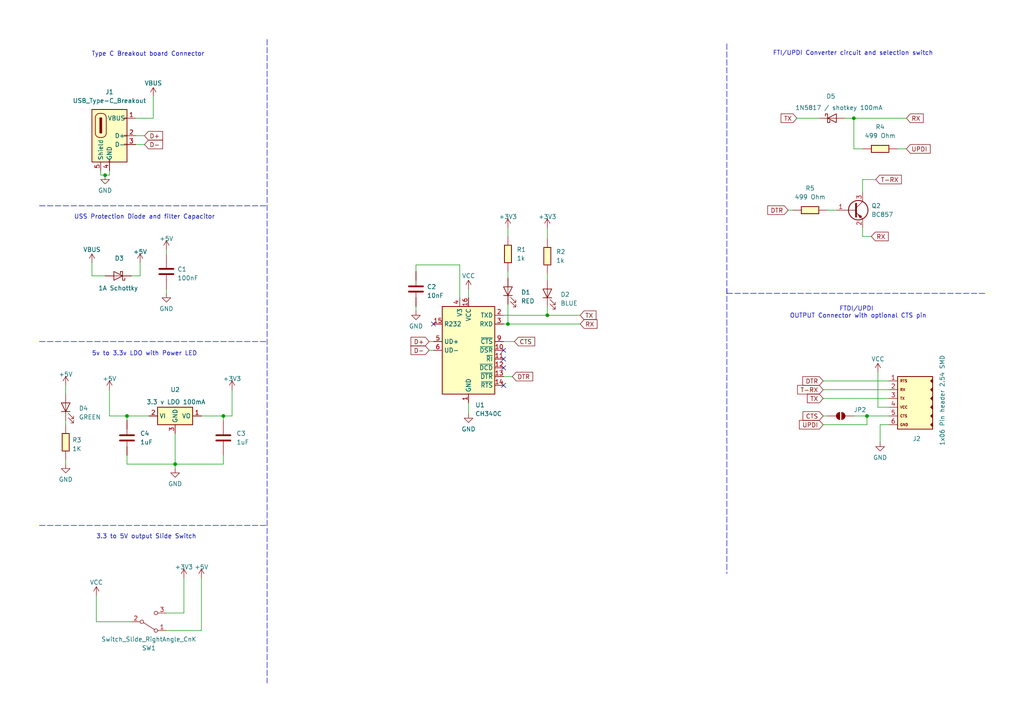
<source format=kicad_sch>
(kicad_sch (version 20250114) (generator "eeschema") (generator_version "9.0")
  (paper "A4")
  (title_block (title "CH340C-Type C USb to FTDI and UPDI Converter") (date "2025-04-05") (rev "v1.0") (company "ProshPlay | Super Fablab Kerala"))
  (lib_symbols
    (symbol "Interface_USB:CH340C"
      (property "Reference" "U" (at -5.08 13.97 0))
      (property "Value" "CH340C" (at 1.27 13.97 0))
      (symbol "CH340C_0_1"
        (rectangle (start -7.62 12.7) (end 7.62 -12.7) (stroke (width 0.254)) (fill (type background)))
      )
      (symbol "CH340C_1_1"
        (pin input line (at -10.16 7.62 0) (length 2.54) (name "R232") (number "15"))
        (pin bidirectional line (at -10.16 2.54 0) (length 2.54) (name "UD+") (number "5"))
        (pin bidirectional line (at -10.16 0 0) (length 2.54) (name "UD-") (number "6"))
        (pin no_connect line (at -7.62 -7.62 0) (length 2.54) (hide yes) (name "NC") (number "7"))
        (pin no_connect line (at -7.62 -10.16 0) (length 2.54) (hide yes) (name "NC") (number "8"))
        (pin passive line (at -2.54 15.24 270) (length 2.54) (name "V3") (number "4"))
        (pin power_in line (at 0 15.24 270) (length 2.54) (name "VCC") (number "16"))
        (pin power_in line (at 0 -15.24 90) (length 2.54) (name "GND") (number "1"))
        (pin output line (at 10.16 10.16 180) (length 2.54) (name "TXD") (number "2"))
        (pin input line (at 10.16 7.62 180) (length 2.54) (name "RXD") (number "3"))
        (pin input line (at 10.16 2.54 180) (length 2.54) (name "~{CTS}") (number "9"))
        (pin input line (at 10.16 0 180) (length 2.54) (name "~{DSR}") (number "10"))
        (pin input line (at 10.16 -2.54 180) (length 2.54) (name "~{RI}") (number "11"))
        (pin input line (at 10.16 -5.08 180) (length 2.54) (name "~{DCD}") (number "12"))
        (pin output line (at 10.16 -7.62 180) (length 2.54) (name "~{DTR}") (number "13"))
        (pin output line (at 10.16 -10.16 180) (length 2.54) (name "~{RTS}") (number "14"))
      )
    )
    (symbol "Jumper:SolderJumper_2_Open" (pin_numbers (hide yes)) (pin_names (offset 0) (hide yes)) (exclude_from_sim yes) (in_bom no)
      (property "Reference" "JP" (at 0 2.032 0))
      (property "Value" "SolderJumper_2_Open" (at 0 -2.54 0))
      (symbol "SolderJumper_2_Open_0_1"
        (polyline (pts (xy -0.254 1.016) (xy -0.254 -1.016)))
        (arc (start -0.254 -1.016) (mid -1.2656 0) (end -0.254 1.016))
        (arc (start -0.254 -1.016) (mid -1.2656 0) (end -0.254 1.016) (fill (type outline)))
        (arc (start 0.254 1.016) (mid 1.2656 0) (end 0.254 -1.016))
        (arc (start 0.254 1.016) (mid 1.2656 0) (end 0.254 -1.016) (fill (type outline)))
        (polyline (pts (xy 0.254 1.016) (xy 0.254 -1.016)))
      )
      (symbol "SolderJumper_2_Open_1_1"
        (pin passive line (at -3.81 0 0) (length 2.54) (name "A") (number "1"))
        (pin passive line (at 3.81 0 180) (length 2.54) (name "B") (number "2"))
      )
    )
    (symbol "ProshPlay:ProshPlay-Type-C-breakout-board"
      (property "Reference" "J" (at -3.175 10.795 0))
      (property "Value" "USB_Type-C_Breakout" (at 0 8.255 0))
      (symbol "ProshPlay-Type-C-breakout-board_0_1"
        (rectangle (start -5.08 6.35) (end 5.08 -8.89) (stroke (width 0.254)) (fill (type background)))
        (polyline (pts (xy -4.1059 3.9504) (xy -4.1059 -0.4946)) (stroke (width 0.2)))
        (polyline (pts (xy -2.8359 5.2204) (xy -2.2009 5.2204)) (stroke (width 0.2)))
        (arc (start -4.106 3.9505) (mid -3.734 4.8485) (end -2.836 5.2205) (stroke (width 0.2)))
        (rectangle (start -2.8359 3.9504) (end -2.2009 -0.4946) (fill (type outline)))
        (polyline (pts (xy -2.8359 -1.7646) (xy -2.2009 -1.7646)) (stroke (width 0.2)))
        (arc (start -2.8359 -1.7646) (mid -3.7339 -1.3926) (end -4.1059 -0.4946) (stroke (width 0.2)))
        (arc (start -0.9308 -0.4947) (mid -1.3043 -1.3913) (end -2.2009 -1.7646) (stroke (width 0.2)))
        (arc (start -2.2008 5.2205) (mid -1.3028 4.8485) (end -0.9308 3.9505) (stroke (width 0.2)))
        (polyline (pts (xy -0.9309 -0.4946) (xy -0.9309 3.9504)) (stroke (width 0.2)))
        (rectangle (start -0.127 -8.89) (end 0.127 -8.128))
        (rectangle (start 5.08 3.683) (end 4.318 3.937))
        (rectangle (start 5.08 -1.397) (end 4.318 -1.143))
        (rectangle (start 5.08 -3.937) (end 4.318 -3.683))
      )
      (symbol "ProshPlay-Type-C-breakout-board_1_1"
        (pin passive line (at -2.54 -11.43 90) (length 2.54) (name "Shield") (number "5"))
        (pin power_in line (at 0 -11.43 90) (length 2.54) (name "GND") (number "4"))
        (pin power_in line (at 7.62 3.81 180) (length 2.54) (name "VBUS") (number "1"))
        (pin bidirectional line (at 7.62 -1.27 180) (length 2.54) (name "D+") (number "2"))
        (pin bidirectional line (at 7.62 -3.81 180) (length 2.54) (name "D-") (number "3"))
      )
    )
    (symbol "Transistor_BJT:BC857" (pin_names (offset 0) (hide yes))
      (property "Reference" "Q" (at 5.08 1.905 0))
      (property "Value" "BC857" (at 5.08 0 0))
      (symbol "BC857_0_1"
        (polyline (pts (xy -2.54 0) (xy 0.635 0)))
        (polyline (pts (xy 0.635 1.905) (xy 0.635 -1.905)) (stroke (width 0.508)))
        (polyline (pts (xy 0.635 0.635) (xy 2.54 2.54)))
        (polyline (pts (xy 0.635 -0.635) (xy 2.54 -2.54)))
        (circle (center 1.27 0) (radius 2.8194) (stroke (width 0.254)))
        (polyline (pts (xy 2.286 -1.778) (xy 1.778 -2.286) (xy 1.27 -1.27) (xy 2.286 -1.778)) (fill (type outline)))
      )
      (symbol "BC857_1_1"
        (pin input line (at -5.08 0 0) (length 2.54) (name "B") (number "1"))
        (pin passive line (at 2.54 5.08 270) (length 2.54) (name "C") (number "3"))
        (pin passive line (at 2.54 -5.08 90) (length 2.54) (name "E") (number "2"))
      )
    )
    (symbol "fab:Diode_Schottky_MiniSMA" (pin_numbers (hide yes)) (pin_names (offset 1.016) (hide yes))
      (property "Reference" "D" (at 0 2.54 0))
      (property "Value" "Diode_Schottky_MiniSMA" (at 0 -2.54 0))
      (symbol "Diode_Schottky_MiniSMA_0_1"
        (polyline (pts (xy -1.905 0.635) (xy -1.905 1.27) (xy -1.27 1.27) (xy -1.27 -1.27) (xy -0.635 -1.27) (xy -0.635 -0.635)) (stroke (width 0.2032)))
        (polyline (pts (xy 1.27 1.27) (xy 1.27 -1.27) (xy -1.27 0) (xy 1.27 1.27)) (stroke (width 0.2032)))
        (polyline (pts (xy 1.27 0) (xy -1.27 0)))
      )
      (symbol "Diode_Schottky_MiniSMA_1_1"
        (pin passive line (at -3.81 0 0) (length 2.54) (name "K") (number "1"))
        (pin passive line (at 3.81 0 180) (length 2.54) (name "A") (number "2"))
      )
    )
    (symbol "fab:R_1206" (pin_numbers (hide yes)) (pin_names (offset 0))
      (property "Reference" "R" (at 2.54 0 90))
      (property "Value" "R_1206" (at -2.54 0 90))
      (symbol "R_1206_0_1"
        (rectangle (start -1.016 -2.54) (end 1.016 2.54) (stroke (width 0.254)) (fill (type background)))
      )
      (symbol "R_1206_1_1"
        (pin passive line (at 0 5.08 270) (length 2.54) (name "~") (number "1"))
        (pin passive line (at 0 -5.08 90) (length 2.54) (name "~") (number "2"))
      )
    )
    (symbol "fab:Regulator_Linear_3.3V_100mA_TexasInstruments"
      (property "Reference" "U" (at -5.08 6.35 0))
      (property "Value" "Regulator_Linear_3.3V_100mA_TexasInstruments" (at -5.08 3.81 0))
      (symbol "Regulator_Linear_3.3V_100mA_TexasInstruments_0_1"
        (rectangle (start -5.08 2.54) (end 5.08 -2.54) (stroke (width 0.254)) (fill (type background)))
      )
      (symbol "Regulator_Linear_3.3V_100mA_TexasInstruments_1_1"
        (pin power_in line (at -7.62 0 0) (length 2.54) (name "VI") (number "2"))
        (pin power_in line (at 0 -5.08 90) (length 2.54) (name "GND") (number "3"))
        (pin power_out line (at 7.62 0 180) (length 2.54) (name "VO") (number "1"))
      )
    )
    (symbol "fab:Switch_Slide_RightAngle_CnK" (pin_names (offset 0) (hide yes))
      (property "Reference" "SW" (at 0 4.318 0))
      (property "Value" "Switch_Slide_RightAngle_CnK" (at 0 -5.08 0))
      (symbol "Switch_Slide_RightAngle_CnK_0_0"
        (circle (center -2.032 0) (radius 0.508))
        (circle (center 2.032 -2.54) (radius 0.508))
      )
      (symbol "Switch_Slide_RightAngle_CnK_0_1"
        (polyline (pts (xy -1.524 0.254) (xy 1.651 2.286)))
        (circle (center 2.032 2.54) (radius 0.508))
      )
      (symbol "Switch_Slide_RightAngle_CnK_1_1"
        (pin passive line (at -5.08 0 0) (length 2.54) (name "B") (number "2"))
        (pin passive line (at 5.08 2.54 180) (length 2.54) (name "A") (number "1"))
        (pin passive line (at 5.08 -2.54 180) (length 2.54) (name "C") (number "3"))
      )
    )
    (symbol "fabold:C_1206" (pin_numbers (hide yes))
      (property "Reference" "C" (at 0.635 2.54 0))
      (property "Value" "C_1206" (at 0.635 -2.54 0))
      (symbol "C_1206_0_1"
        (polyline (pts (xy -2.032 0.762) (xy 2.032 0.762)) (stroke (width 0.508)))
        (polyline (pts (xy -2.032 -0.762) (xy 2.032 -0.762)) (stroke (width 0.508)))
        (polyline (pts (xy 0 0.635) (xy 0 2.54)))
        (polyline (pts (xy 0 -0.635) (xy 0 -2.54)))
      )
      (symbol "C_1206_1_1"
        (pin passive line (at 0 5.08 270) (length 2.54) (name "~") (number "1"))
        (pin passive line (at 0 -5.08 90) (length 2.54) (name "~") (number "2"))
      )
    )
    (symbol "fabold:Conn_PinSocket_FTDI_1x06_P2.54mm_Horizontal_SMD"
      (property "Reference" "J" (at 0 7.62 0))
      (property "Value" "Conn_PinSocket_FTDI_1x06_P2.54mm_Horizontal_SMD" (at 0 -10.16 0))
      (symbol "Conn_PinSocket_FTDI_1x06_P2.54mm_Horizontal_SMD_0_0"
        (polyline (pts (xy -2.286 -7.366) (xy -2.286 -7.366)))
        (polyline (pts (xy 5.08 5.715) (xy 4.445 5.08) (xy 5.08 4.445) (xy 5.08 5.715)) (fill (type outline)))
        (polyline (pts (xy 5.08 3.175) (xy 4.445 2.54) (xy 5.08 1.905) (xy 5.08 3.175)) (fill (type outline)))
        (polyline (pts (xy 5.08 0.635) (xy 4.445 0) (xy 5.08 -0.635) (xy 5.08 0.635)) (fill (type outline)))
        (polyline (pts (xy 5.08 -1.905) (xy 4.445 -2.54) (xy 5.08 -3.175) (xy 5.08 -1.905)) (fill (type outline)))
        (polyline (pts (xy 5.08 -4.445) (xy 4.445 -5.08) (xy 5.08 -5.715) (xy 5.08 -4.445)) (fill (type outline)))
        (polyline (pts (xy 5.08 -6.985) (xy 4.445 -7.62) (xy 5.08 -8.255) (xy 5.08 -6.985)) (fill (type outline)))
        (text "RTS" (at -4.445 5.08 0) (effects (font (size 0.75 0.75)) (justify left)))
        (text "RX" (at -4.445 2.54 0) (effects (font (size 0.75 0.75)) (justify left)))
        (text "TX" (at -4.445 0 0) (effects (font (size 0.75 0.75)) (justify left)))
        (text "VCC" (at -4.445 -2.54 0) (effects (font (size 0.75 0.75)) (justify left)))
        (text "CTS" (at -4.445 -5.08 0) (effects (font (size 0.75 0.75)) (justify left)))
        (text "GND" (at -4.445 -7.62 0) (effects (font (size 0.75 0.75)) (justify left)))
      )
      (symbol "Conn_PinSocket_FTDI_1x06_P2.54mm_Horizontal_SMD_0_1"
        (rectangle (start -5.08 6.35) (end 5.08 -8.89) (stroke (width 0.254)) (fill (type background)))
      )
      (symbol "Conn_PinSocket_FTDI_1x06_P2.54mm_Horizontal_SMD_1_1"
        (pin passive line (at -7.62 5.08 0) (length 2.54) (name "") (number "1"))
        (pin passive line (at -7.62 2.54 0) (length 2.54) (name "") (number "2"))
        (pin passive line (at -7.62 0 0) (length 2.54) (name "") (number "3"))
        (pin passive line (at -7.62 -2.54 0) (length 2.54) (name "") (number "4"))
        (pin passive line (at -7.62 -5.08 0) (length 2.54) (name "") (number "5"))
        (pin passive line (at -7.62 -7.62 0) (length 2.54) (name "") (number "6"))
      )
    )
    (symbol "fabold:Diode_Schottky_MiniSMA" (pin_numbers (hide yes)) (pin_names (offset 1.016) (hide yes))
      (property "Reference" "D" (at 0 2.54 0))
      (property "Value" "Diode_Schottky_MiniSMA" (at 0 -2.54 0))
      (symbol "Diode_Schottky_MiniSMA_0_1"
        (polyline (pts (xy -1.905 0.635) (xy -1.905 1.27) (xy -1.27 1.27) (xy -1.27 -1.27) (xy -0.635 -1.27) (xy -0.635 -0.635)) (stroke (width 0.2032)))
        (polyline (pts (xy 1.27 1.27) (xy 1.27 -1.27) (xy -1.27 0) (xy 1.27 1.27)) (stroke (width 0.2032)))
        (polyline (pts (xy 1.27 0) (xy -1.27 0)))
      )
      (symbol "Diode_Schottky_MiniSMA_1_1"
        (pin passive line (at -3.81 0 0) (length 2.54) (name "K") (number "1"))
        (pin passive line (at 3.81 0 180) (length 2.54) (name "A") (number "2"))
      )
    )
    (symbol "fabold:LED_1206" (pin_numbers (hide yes)) (pin_names (offset 1.016) (hide yes))
      (property "Reference" "D" (at 0 2.54 0))
      (property "Value" "LED_1206" (at 0 -2.54 0))
      (symbol "LED_1206_0_1"
        (polyline (pts (xy -3.048 -0.762) (xy -4.572 -2.286) (xy -3.81 -2.286) (xy -4.572 -2.286) (xy -4.572 -1.524)))
        (polyline (pts (xy -1.778 -0.762) (xy -3.302 -2.286) (xy -2.54 -2.286) (xy -3.302 -2.286) (xy -3.302 -1.524)))
        (polyline (pts (xy -1.27 0) (xy 1.27 0)))
        (polyline (pts (xy -1.27 -1.27) (xy -1.27 1.27)) (stroke (width 0.2032)))
        (polyline (pts (xy 1.27 -1.27) (xy 1.27 1.27) (xy -1.27 0) (xy 1.27 -1.27)) (stroke (width 0.2032)))
      )
      (symbol "LED_1206_1_1"
        (pin passive line (at -3.81 0 0) (length 2.54) (name "K") (number "1"))
        (pin passive line (at 3.81 0 180) (length 2.54) (name "A") (number "2"))
      )
    )
    (symbol "fabold:R_1206" (pin_numbers (hide yes)) (pin_names (offset 0))
      (property "Reference" "R" (at 2.54 0 90))
      (property "Value" "R_1206" (at -2.54 0 90))
      (symbol "R_1206_0_1"
        (rectangle (start -1.016 -2.54) (end 1.016 2.54) (stroke (width 0.254)) (fill (type background)))
      )
      (symbol "R_1206_1_1"
        (pin passive line (at 0 5.08 270) (length 2.54) (name "~") (number "1"))
        (pin passive line (at 0 -5.08 90) (length 2.54) (name "~") (number "2"))
      )
    )
    (symbol "power:+3V3" (power) (pin_names (offset 0))
      (property "Value" "+3V3" (at 0 3.556 0))
      (symbol "+3V3_0_1"
        (polyline (pts (xy -0.762 1.27) (xy 0 2.54)))
        (polyline (pts (xy 0 2.54) (xy 0.762 1.27)))
        (polyline (pts (xy 0 0) (xy 0 2.54)))
      )
      (symbol "+3V3_1_1"
        (pin power_in line (at 0 0 90) (length 0) (hide yes) (name "+3V3") (number "1"))
      )
    )
    (symbol "power:+5V" (power) (pin_names (offset 0))
      (property "Value" "+5V" (at 0 3.556 0))
      (symbol "+5V_0_1"
        (polyline (pts (xy -0.762 1.27) (xy 0 2.54)))
        (polyline (pts (xy 0 2.54) (xy 0.762 1.27)))
        (polyline (pts (xy 0 0) (xy 0 2.54)))
      )
      (symbol "+5V_1_1"
        (pin power_in line (at 0 0 90) (length 0) (hide yes) (name "+5V") (number "1"))
      )
    )
    (symbol "power:GND" (power) (pin_names (offset 0))
      (property "Value" "GND" (at 0 -3.81 0))
      (symbol "GND_0_1"
        (polyline (pts (xy 0 0) (xy 0 -1.27) (xy 1.27 -1.27) (xy 0 -2.54) (xy -1.27 -1.27) (xy 0 -1.27)))
      )
      (symbol "GND_1_1"
        (pin power_in line (at 0 0 270) (length 0) (hide yes) (name "GND") (number "1"))
      )
    )
    (symbol "power:VBUS" (power) (pin_names (offset 0))
      (property "Value" "VBUS" (at 0 3.81 0))
      (symbol "VBUS_0_1"
        (polyline (pts (xy -0.762 1.27) (xy 0 2.54)))
        (polyline (pts (xy 0 2.54) (xy 0.762 1.27)))
        (polyline (pts (xy 0 0) (xy 0 2.54)))
      )
      (symbol "VBUS_1_1"
        (pin power_in line (at 0 0 90) (length 0) (hide yes) (name "VBUS") (number "1"))
      )
    )
    (symbol "power:VCC" (power) (pin_names (offset 0))
      (property "Value" "VCC" (at 0 3.81 0))
      (symbol "VCC_0_1"
        (polyline (pts (xy -0.762 1.27) (xy 0 2.54)))
        (polyline (pts (xy 0 2.54) (xy 0.762 1.27)))
        (polyline (pts (xy 0 0) (xy 0 2.54)))
      )
      (symbol "VCC_1_1"
        (pin power_in line (at 0 0 90) (length 0) (hide yes) (name "VCC") (number "1"))
      )
    )
  )
  (text "USS Protection Diode and filter Capacitor\n" (at 41.91 62.992 0) (effects (font (size 1.27 1.27))))
  (text "5v to 3.3v LDO with Power LED\n" (at 41.91 102.616 0) (effects (font (size 1.27 1.27))))
  (text "FTI/UPDI Converter circuit and selection switch\n" (at 247.396 15.494 0) (effects (font (size 1.27 1.27))))
  (text "FTDI/UPDI\n OUTPUT Connector with optional CTS pin" (at 248.412 90.678 0) (effects (font (size 1.27 1.27))))
  (text "Type C Breakout board Connector\n" (at 42.926 15.748 0) (effects (font (size 1.27 1.27))))
  (text "3.3 to 5V output Slide Switch\n" (at 42.418 155.702 0) (effects (font (size 1.27 1.27))))
  (junction (at 247.65 34.29))
  (junction (at 30.48 50.8))
  (junction (at 64.77 120.65))
  (junction (at 147.32 93.98))
  (junction (at 251.46 120.65))
  (junction (at 36.83 120.65))
  (junction (at 50.8 134.62))
  (junction (at 158.75 91.44))
  (no_connect (at 146.05 111.76))
  (no_connect (at 146.05 101.6))
  (no_connect (at 125.73 93.98))
  (no_connect (at 146.05 104.14))
  (no_connect (at 146.05 106.68))
  (wire (pts (xy 135.89 120.015) (xy 135.89 116.84)))
  (wire (pts (xy 41.91 39.37) (xy 39.37 39.37)))
  (wire (pts (xy 147.32 66.04) (xy 147.32 68.58)))
  (wire (pts (xy 250.19 68.58) (xy 250.19 66.04)))
  (wire (pts (xy 238.76 115.57) (xy 257.81 115.57)))
  (wire (pts (xy 250.19 52.07) (xy 250.19 55.88)))
  (wire (pts (xy 262.89 43.18) (xy 260.35 43.18)))
  (wire (pts (xy 133.35 76.835) (xy 120.65 76.835)))
  (wire (pts (xy 64.77 132.08) (xy 64.77 134.62)))
  (wire (pts (xy 238.76 110.49) (xy 257.81 110.49)))
  (wire (pts (xy 27.94 172.72) (xy 27.94 180.34)))
  (wire (pts (xy 148.59 109.22) (xy 146.05 109.22)))
  (wire (pts (xy 19.05 134.62) (xy 19.05 133.35)))
  (wire (pts (xy 238.76 123.19) (xy 251.46 123.19)))
  (wire (pts (xy 58.42 167.64) (xy 58.42 182.88)))
  (polyline (pts (xy 77.47 11.43) (xy 77.47 198.12)) (stroke (width 0) (type dash)))
  (wire (pts (xy 254.635 118.11) (xy 254.635 107.95)))
  (wire (pts (xy 158.75 91.44) (xy 168.275 91.44)))
  (wire (pts (xy 240.03 60.96) (xy 242.57 60.96)))
  (wire (pts (xy 257.81 118.11) (xy 254.635 118.11)))
  (wire (pts (xy 27.94 180.34) (xy 38.1 180.34)))
  (wire (pts (xy 245.11 34.29) (xy 247.65 34.29)))
  (wire (pts (xy 251.46 120.65) (xy 257.81 120.65)))
  (wire (pts (xy 146.05 93.98) (xy 147.32 93.98)))
  (wire (pts (xy 19.05 111.76) (xy 19.05 114.3)))
  (wire (pts (xy 149.225 99.06) (xy 146.05 99.06)))
  (wire (pts (xy 251.46 123.19) (xy 251.46 120.65)))
  (polyline (pts (xy 210.82 12.7) (xy 210.82 166.37)) (stroke (width 0) (type dash)))
  (wire (pts (xy 158.75 88.9) (xy 158.75 91.44)))
  (wire (pts (xy 64.77 120.65) (xy 64.77 121.92)))
  (wire (pts (xy 48.26 72.39) (xy 48.26 73.66)))
  (polyline (pts (xy 210.82 83.82) (xy 210.82 85.09)))
  (wire (pts (xy 238.76 120.65) (xy 240.03 120.65)))
  (wire (pts (xy 31.75 113.03) (xy 31.75 120.65)))
  (wire (pts (xy 146.05 91.44) (xy 158.75 91.44)))
  (wire (pts (xy 250.19 43.18) (xy 247.65 43.18)))
  (wire (pts (xy 247.65 34.29) (xy 247.65 43.18)))
  (wire (pts (xy 31.75 120.65) (xy 36.83 120.65)))
  (wire (pts (xy 124.46 101.6) (xy 125.73 101.6)))
  (wire (pts (xy 67.31 120.65) (xy 64.77 120.65)))
  (wire (pts (xy 29.21 49.53) (xy 29.21 50.8)))
  (wire (pts (xy 237.49 34.29) (xy 231.14 34.29)))
  (wire (pts (xy 44.45 27.94) (xy 44.45 34.29)))
  (wire (pts (xy 36.83 134.62) (xy 50.8 134.62)))
  (wire (pts (xy 29.21 50.8) (xy 30.48 50.8)))
  (wire (pts (xy 53.34 177.8) (xy 48.26 177.8)))
  (wire (pts (xy 50.8 134.62) (xy 50.8 135.89)))
  (wire (pts (xy 120.65 76.835) (xy 120.65 78.74)))
  (wire (pts (xy 44.45 34.29) (xy 39.37 34.29)))
  (polyline (pts (xy 11.43 59.69) (xy 77.47 59.69)) (stroke (width 0) (type dash)))
  (wire (pts (xy 247.65 34.29) (xy 262.89 34.29)))
  (wire (pts (xy 53.34 167.64) (xy 53.34 177.8)))
  (wire (pts (xy 58.42 182.88) (xy 48.26 182.88)))
  (wire (pts (xy 254 52.07) (xy 250.19 52.07)))
  (wire (pts (xy 58.42 120.65) (xy 64.77 120.65)))
  (wire (pts (xy 48.26 85.09) (xy 48.26 83.82)))
  (wire (pts (xy 158.75 79.375) (xy 158.75 81.28)))
  (wire (pts (xy 247.65 120.65) (xy 251.46 120.65)))
  (polyline (pts (xy 11.43 152.4) (xy 77.47 152.4)) (stroke (width 0) (type dash)))
  (wire (pts (xy 40.64 76.2) (xy 40.64 80.01)))
  (wire (pts (xy 43.18 120.65) (xy 36.83 120.65)))
  (polyline (pts (xy 11.43 99.06) (xy 77.47 99.06)) (stroke (width 0) (type dash)))
  (wire (pts (xy 228.6 60.96) (xy 229.87 60.96)))
  (wire (pts (xy 26.67 80.01) (xy 30.48 80.01)))
  (wire (pts (xy 257.81 123.19) (xy 255.27 123.19)))
  (wire (pts (xy 26.67 76.2) (xy 26.67 80.01)))
  (wire (pts (xy 255.27 123.19) (xy 255.27 128.27)))
  (wire (pts (xy 50.8 134.62) (xy 64.77 134.62)))
  (wire (pts (xy 31.75 50.8) (xy 30.48 50.8)))
  (wire (pts (xy 147.32 78.74) (xy 147.32 80.645)))
  (wire (pts (xy 135.89 83.82) (xy 135.89 86.36)))
  (wire (pts (xy 40.64 80.01) (xy 38.1 80.01)))
  (wire (pts (xy 36.83 132.08) (xy 36.83 134.62)))
  (wire (pts (xy 31.75 49.53) (xy 31.75 50.8)))
  (wire (pts (xy 124.46 99.06) (xy 125.73 99.06)))
  (wire (pts (xy 133.35 86.36) (xy 133.35 76.835)))
  (wire (pts (xy 41.91 41.91) (xy 39.37 41.91)))
  (wire (pts (xy 19.05 123.19) (xy 19.05 121.92)))
  (wire (pts (xy 238.76 113.03) (xy 257.81 113.03)))
  (polyline (pts (xy 210.82 85.09) (xy 285.75 85.09)) (stroke (width 0) (type dash)))
  (wire (pts (xy 147.32 93.98) (xy 168.275 93.98)))
  (wire (pts (xy 120.65 90.17) (xy 120.65 88.9)))
  (wire (pts (xy 50.8 125.73) (xy 50.8 134.62)))
  (wire (pts (xy 158.75 66.04) (xy 158.75 69.215)))
  (wire (pts (xy 67.31 113.03) (xy 67.31 120.65)))
  (wire (pts (xy 252.73 68.58) (xy 250.19 68.58)))
  (wire (pts (xy 36.83 120.65) (xy 36.83 121.92)))
  (wire (pts (xy 147.32 88.265) (xy 147.32 93.98)))
  (global_label "DTR" (shape input) (at 238.76 110.49 180) (property "Intersheetrefs" "${INTERSHEET_REFS}" (effects (hide yes))))
  (global_label "CTS" (shape input) (at 149.225 99.06 0) (property "Intersheetrefs" "${INTERSHEET_REFS}" (effects (hide yes))))
  (global_label "D-" (shape input) (at 41.91 41.91 0) (property "Intersheetrefs" "${INTERSHEET_REFS}" (effects (hide yes))))
  (global_label "CTS" (shape input) (at 238.76 120.65 180) (property "Intersheetrefs" "${INTERSHEET_REFS}" (effects (hide yes))))
  (global_label "TX" (shape input) (at 238.76 115.57 180) (property "Intersheetrefs" "${INTERSHEET_REFS}" (effects (hide yes))))
  (global_label "RX" (shape input) (at 262.89 34.29 0) (property "Intersheetrefs" "${INTERSHEET_REFS}" (effects (hide yes))))
  (global_label "D+" (shape input) (at 124.46 99.06 180) (property "Intersheetrefs" "${INTERSHEET_REFS}" (effects (hide yes))))
  (global_label "DTR" (shape input) (at 148.59 109.22 0) (property "Intersheetrefs" "${INTERSHEET_REFS}" (effects (hide yes))))
  (global_label "RX" (shape input) (at 168.275 93.98 0) (property "Intersheetrefs" "${INTERSHEET_REFS}" (effects (hide yes))))
  (global_label "T-RX" (shape input) (at 238.76 113.03 180) (property "Intersheetrefs" "${INTERSHEET_REFS}" (effects (hide yes))))
  (global_label "T-RX" (shape input) (at 254 52.07 0) (property "Intersheetrefs" "${INTERSHEET_REFS}" (effects (hide yes))))
  (global_label "TX" (shape input) (at 168.275 91.44 0) (property "Intersheetrefs" "${INTERSHEET_REFS}" (effects (hide yes))))
  (global_label "D-" (shape input) (at 124.46 101.6 180) (property "Intersheetrefs" "${INTERSHEET_REFS}" (effects (hide yes))))
  (global_label "UPDI" (shape input) (at 238.76 123.19 180) (property "Intersheetrefs" "${INTERSHEET_REFS}" (effects (hide yes))))
  (global_label "TX" (shape input) (at 231.14 34.29 180) (property "Intersheetrefs" "${INTERSHEET_REFS}" (effects (hide yes))))
  (global_label "D+" (shape input) (at 41.91 39.37 0) (property "Intersheetrefs" "${INTERSHEET_REFS}" (effects (hide yes))))
  (global_label "RX" (shape input) (at 252.73 68.58 0) (property "Intersheetrefs" "${INTERSHEET_REFS}" (effects (hide yes))))
  (global_label "DTR" (shape input) (at 228.6 60.96 180) (property "Intersheetrefs" "${INTERSHEET_REFS}" (effects (hide yes))))
  (global_label "UPDI" (shape input) (at 262.89 43.18 0) (property "Intersheetrefs" "${INTERSHEET_REFS}" (effects (hide yes))))
  (symbol (lib_id "fabold:Diode_Schottky_MiniSMA") (at 34.29 80.01 180) (unit 1)
    (property "Reference" "D3" (at 34.6075 74.93 0))
    (property "Value" "1A Schottky" (at 34.29 83.566 0))
    (property "Footprint" "fab:SOD-123T" (effects (hide yes)))
    (property "Datasheet" "https://www.st.com/content/ccc/resource/technical/document/datasheet/c6/32/d4/4a/28/d3/4b/11/CD00004930.pdf/files/CD00004930.pdf/jcr:content/translations/en.CD00004930.pdf" (effects (hide yes)))
  )
  (symbol (lib_id "fab:Diode_Schottky_MiniSMA") (at 241.3 34.29 0) (unit 1)
    (property "Reference" "D5" (at 240.9825 27.94 0))
    (property "Value" "1N5817 / shotkey 100mA" (at 243.332 31.242 0))
    (property "Footprint" "fab:Diode_Schottky_MiniSMA" (effects (hide yes)))
    (property "Datasheet" "https://www.st.com/content/ccc/resource/technical/document/datasheet/c6/32/d4/4a/28/d3/4b/11/CD00004930.pdf/files/CD00004930.pdf/jcr:content/translations/en.CD00004930.pdf" (effects (hide yes)))
    (property "Description" "Schottky diode with Mini-SMA footprint" (effects (hide yes)))
  )
  (symbol (lib_id "fabold:R_1206") (at 19.05 128.27 0) (unit 1)
    (property "Reference" "R3" (at 20.955 127.635 0) (effects (justify left)))
    (property "Value" "1K" (at 20.955 130.175 0) (effects (justify left)))
    (property "Footprint" "fab:R_1206" (effects (hide yes)))
  )
  (symbol (lib_id "ProshPlay:ProshPlay-Type-C-breakout-board") (at 31.75 38.1 0) (unit 1)
    (property "Reference" "J1" (at 31.75 26.67 0))
    (property "Value" "USB_Type-C_Breakout" (at 31.75 29.21 0))
    (property "Footprint" "ProshPlay:ProshPlay-Type-C-breakout-board" (effects (hide yes)))
  )
  (symbol (lib_id "power:+5V") (at 48.26 72.39 0) (unit 1)
    (property "Reference" "#PWR07" (effects (hide yes)))
    (property "Value" "+5V" (at 48.26 69.215 0))
  )
  (symbol (lib_id "power:GND") (at 120.65 90.17 0) (unit 1)
    (property "Reference" "#PWR09" (effects (hide yes)))
    (property "Value" "GND" (at 120.65 94.615 0))
  )
  (symbol (lib_id "Jumper:SolderJumper_2_Open") (at 243.84 120.65 0) (unit 1) (exclude_from_sim yes) (in_bom no)
    (property "Reference" "JP2" (at 249.428 118.872 0))
    (property "Value" "SolderJumper_2_Open" (effects (hide yes)))
    (property "Footprint" "Jumper:SolderJumper-2_P1.3mm_Open_RoundedPad1.0x1.5mm" (effects (hide yes)))
    (property "Description" "Solder Jumper, 2-pole, open" (effects (hide yes)))
  )
  (symbol (lib_id "fabold:C_1206") (at 64.77 127 0) (unit 1)
    (property "Reference" "C3" (at 68.58 125.7299 0) (effects (justify left)))
    (property "Value" "1uF" (at 68.58 128.2699 0) (effects (justify left)))
    (property "Footprint" "fab:C_1206" (effects (hide yes)))
    (property "Datasheet" "https://www.yageo.com/upload/media/product/productsearch/datasheet/mlcc/UPY-GP_NP0_16V-to-50V_18.pdf" (effects (hide yes)))
  )
  (symbol (lib_id "fabold:LED_1206") (at 147.32 84.455 90) (unit 1)
    (property "Reference" "D1" (at 151.13 84.7851 90) (effects (justify right)))
    (property "Value" "RED" (at 151.13 87.3251 90) (effects (justify right)))
    (property "Footprint" "fab:LED_1206" (effects (hide yes)))
    (property "Datasheet" "https://optoelectronics.liteon.com/upload/download/DS-22-98-0002/LTST-C150CKT.pdf" (effects (hide yes)))
  )
  (symbol (lib_id "fabold:C_1206") (at 120.65 83.82 0) (unit 1)
    (property "Reference" "C2" (at 123.825 83.185 0) (effects (justify left)))
    (property "Value" "10nF" (at 123.825 85.725 0) (effects (justify left)))
    (property "Footprint" "fab:C_1206" (effects (hide yes)))
    (property "Datasheet" "https://www.yageo.com/upload/media/product/productsearch/datasheet/mlcc/UPY-GP_NP0_16V-to-50V_18.pdf" (effects (hide yes)))
  )
  (symbol (lib_id "power:+3V3") (at 158.75 66.04 0) (unit 1)
    (property "Reference" "#PWR013" (effects (hide yes)))
    (property "Value" "+3V3" (at 158.75 62.865 0))
  )
  (symbol (lib_id "power:VCC") (at 254.635 107.95 0) (unit 1)
    (property "Reference" "#PWR05" (effects (hide yes)))
    (property "Value" "VCC" (at 254.635 104.14 0))
  )
  (symbol (lib_id "fab:R_1206") (at 255.27 43.18 90) (unit 1)
    (property "Reference" "R4" (at 255.27 36.83 90))
    (property "Value" "499 Ohm" (at 255.27 39.37 90))
    (property "Footprint" "fab:R_1206" (effects (hide yes)))
    (property "Description" "Resistor" (effects (hide yes)))
  )
  (symbol (lib_id "power:GND") (at 19.05 134.62 0) (unit 1)
    (property "Reference" "#PWR018" (effects (hide yes)))
    (property "Value" "GND" (at 19.05 139.065 0))
  )
  (symbol (lib_id "power:GND") (at 50.8 135.89 0) (unit 1)
    (property "Reference" "#PWR019" (effects (hide yes)))
    (property "Value" "GND" (at 50.8 140.335 0))
  )
  (symbol (lib_id "fabold:C_1206") (at 48.26 78.74 0) (unit 1)
    (property "Reference" "C1" (at 51.435 78.105 0) (effects (justify left)))
    (property "Value" "100nF" (at 51.435 80.645 0) (effects (justify left)))
    (property "Footprint" "fab:C_1206" (effects (hide yes)))
    (property "Datasheet" "https://www.yageo.com/upload/media/product/productsearch/datasheet/mlcc/UPY-GP_NP0_16V-to-50V_18.pdf" (effects (hide yes)))
  )
  (symbol (lib_id "power:GND") (at 30.48 50.8 0) (unit 1)
    (property "Reference" "#PWR01" (effects (hide yes)))
    (property "Value" "GND" (at 30.48 55.245 0))
  )
  (symbol (lib_id "power:+5V") (at 58.42 167.64 0) (unit 1)
    (property "Reference" "#PWR016" (effects (hide yes)))
    (property "Value" "+5V" (at 58.42 164.465 0))
  )
  (symbol (lib_id "power:+5V") (at 31.75 113.03 0) (unit 1)
    (property "Reference" "#PWR021" (effects (hide yes)))
    (property "Value" "+5V" (at 31.75 109.855 0))
  )
  (symbol (lib_id "Interface_USB:CH340C") (at 135.89 101.6 0) (unit 1)
    (property "Reference" "U1" (at 137.8459 117.475 0) (effects (justify left)))
    (property "Value" "CH340C" (at 137.8459 120.015 0) (effects (justify left)))
    (property "Footprint" "Package_SO:SOIC-16_3.9x9.9mm_P1.27mm" (effects (hide yes)))
    (property "Datasheet" "https://datasheet.lcsc.com/szlcsc/Jiangsu-Qin-Heng-CH340C_C84681.pdf" (effects (hide yes)))
  )
  (symbol (lib_id "power:+3V3") (at 67.31 113.03 0) (unit 1)
    (property "Reference" "#PWR020" (effects (hide yes)))
    (property "Value" "+3V3" (at 67.31 109.855 0))
  )
  (symbol (lib_id "Transistor_BJT:BC857") (at 247.65 60.96 0) (unit 1)
    (property "Reference" "Q2" (at 252.73 59.6899 0) (effects (justify left)))
    (property "Value" "BC857" (at 252.73 62.2299 0) (effects (justify left)))
    (property "Footprint" "Package_TO_SOT_SMD:SOT-23" (effects (hide yes)))
    (property "Datasheet" "https://www.onsemi.com/pub/Collateral/BC860-D.pdf" (effects (hide yes)))
    (property "Description" "0.1A Ic, 45V Vce, PNP Transistor, SOT-23" (effects (hide yes)))
  )
  (symbol (lib_id "fab:Regulator_Linear_3.3V_100mA_TexasInstruments") (at 50.8 120.65 0) (unit 1)
    (property "Reference" "U2" (at 50.8 113.03 0))
    (property "Value" "3.3 v LDO 100mA" (at 51.054 116.586 0))
    (property "Footprint" "fab:SOT-23-3" (effects (hide yes)))
    (property "Datasheet" "https://www.ti.com/lit/ds/symlink/lm3480.pdf" (effects (hide yes)))
    (property "Description" "3.3V 100mA LDO Voltage Regulator,  positive fixed output, Texas Instruments, SOT-23-3 package" (effects (hide yes)))
  )
  (symbol (lib_id "fab:Switch_Slide_RightAngle_CnK") (at 43.18 180.34 0) (mirror x) (unit 1)
    (property "Reference" "SW1" (at 43.18 187.96 0))
    (property "Value" "Switch_Slide_RightAngle_CnK" (at 43.18 185.42 0))
    (property "Footprint" "fab:Switch_Slide_RightAngle_CnK_AYZ0102AGRLC_7.2x3mm" (effects (hide yes)))
    (property "Datasheet" "https://www.ckswitches.com/media/1431/ayz.pdf" (effects (hide yes)))
    (property "Description" "Slide Switch SPDT Surface Mount, Right Angle" (effects (hide yes)))
  )
  (symbol (lib_id "power:+3V3") (at 53.34 167.64 0) (unit 1)
    (property "Reference" "#PWR015" (effects (hide yes)))
    (property "Value" "+3V3" (at 53.34 164.465 0))
  )
  (symbol (lib_id "power:+5V") (at 19.05 111.76 0) (unit 1)
    (property "Reference" "#PWR017" (effects (hide yes)))
    (property "Value" "+5V" (at 19.05 108.585 0))
  )
  (symbol (lib_id "power:GND") (at 255.27 128.27 0) (unit 1)
    (property "Reference" "#PWR04" (effects (hide yes)))
    (property "Value" "GND" (at 255.27 132.715 0))
  )
  (symbol (lib_id "fabold:LED_1206") (at 19.05 118.11 90) (unit 1)
    (property "Reference" "D4" (at 22.86 118.4401 90) (effects (justify right)))
    (property "Value" "GREEN" (at 22.86 120.9801 90) (effects (justify right)))
    (property "Footprint" "fab:LED_1206" (effects (hide yes)))
    (property "Datasheet" "https://optoelectronics.liteon.com/upload/download/DS-22-98-0002/LTST-C150CKT.pdf" (effects (hide yes)))
  )
  (symbol (lib_id "power:+5V") (at 40.64 76.2 0) (unit 1)
    (property "Reference" "#PWR011" (effects (hide yes)))
    (property "Value" "+5V" (at 40.64 73.025 0))
  )
  (symbol (lib_id "power:VBUS") (at 26.67 76.2 0) (unit 1)
    (property "Reference" "#PWR02" (effects (hide yes)))
    (property "Value" "VBUS" (at 26.67 72.39 0))
  )
  (symbol (lib_id "fabold:R_1206") (at 158.75 74.295 0) (unit 1)
    (property "Reference" "R2" (at 161.29 73.0249 0) (effects (justify left)))
    (property "Value" "1k" (at 161.29 75.5649 0) (effects (justify left)))
    (property "Footprint" "fab:R_1206" (effects (hide yes)))
  )
  (symbol (lib_id "power:VCC") (at 27.94 172.72 0) (unit 1)
    (property "Reference" "#PWR014" (effects (hide yes)))
    (property "Value" "VCC" (at 27.94 168.91 0))
  )
  (symbol (lib_id "fabold:LED_1206") (at 158.75 85.09 90) (unit 1)
    (property "Reference" "D2" (at 162.56 85.4201 90) (effects (justify right)))
    (property "Value" "BLUE" (at 162.56 87.9601 90) (effects (justify right)))
    (property "Footprint" "fab:LED_1206" (effects (hide yes)))
    (property "Datasheet" "https://optoelectronics.liteon.com/upload/download/DS-22-98-0002/LTST-C150CKT.pdf" (effects (hide yes)))
  )
  (symbol (lib_id "power:VBUS") (at 44.45 27.94 0) (unit 1)
    (property "Reference" "#PWR010" (effects (hide yes)))
    (property "Value" "VBUS" (at 44.45 24.13 0))
  )
  (symbol (lib_id "fabold:Conn_PinSocket_FTDI_1x06_P2.54mm_Horizontal_SMD") (at 265.43 115.57 0) (unit 1)
    (property "Reference" "J2" (at 264.668 127.254 0) (effects (justify left)))
    (property "Value" "1x06 Pin header 2.54 SMD" (at 273.304 129.286 90) (effects (justify left)))
    (property "Footprint" "fab:PinSocket_1x06_P2.54mm_Horizontal_SMD" (effects (hide yes)))
  )
  (symbol (lib_id "fab:R_1206") (at 234.95 60.96 90) (unit 1)
    (property "Reference" "R5" (at 234.95 54.61 90))
    (property "Value" "499 Ohm" (at 234.95 57.15 90))
    (property "Footprint" "fab:R_1206" (effects (hide yes)))
    (property "Description" "Resistor" (effects (hide yes)))
  )
  (symbol (lib_id "fabold:R_1206") (at 147.32 73.66 0) (unit 1)
    (property "Reference" "R1" (at 149.86 72.3899 0) (effects (justify left)))
    (property "Value" "1k" (at 149.86 74.9299 0) (effects (justify left)))
    (property "Footprint" "fab:R_1206" (effects (hide yes)))
  )
  (symbol (lib_id "power:GND") (at 135.89 120.015 0) (unit 1)
    (property "Reference" "#PWR03" (effects (hide yes)))
    (property "Value" "GND" (at 135.89 124.46 0))
  )
  (symbol (lib_id "power:+3V3") (at 147.32 66.04 0) (unit 1)
    (property "Reference" "#PWR012" (effects (hide yes)))
    (property "Value" "+3V3" (at 147.32 62.865 0))
  )
  (symbol (lib_id "power:VCC") (at 135.89 83.82 0) (unit 1)
    (property "Reference" "#PWR06" (effects (hide yes)))
    (property "Value" "VCC" (at 135.89 80.01 0))
  )
  (symbol (lib_id "power:GND") (at 48.26 85.09 0) (unit 1)
    (property "Reference" "#PWR08" (effects (hide yes)))
    (property "Value" "GND" (at 48.26 89.535 0))
  )
  (symbol (lib_id "fabold:C_1206") (at 36.83 127 0) (unit 1)
    (property "Reference" "C4" (at 40.64 125.7299 0) (effects (justify left)))
    (property "Value" "1uF" (at 40.64 128.2699 0) (effects (justify left)))
    (property "Footprint" "fab:C_1206" (effects (hide yes)))
    (property "Datasheet" "https://www.yageo.com/upload/media/product/productsearch/datasheet/mlcc/UPY-GP_NP0_16V-to-50V_18.pdf" (effects (hide yes)))
  )
)
</source>
